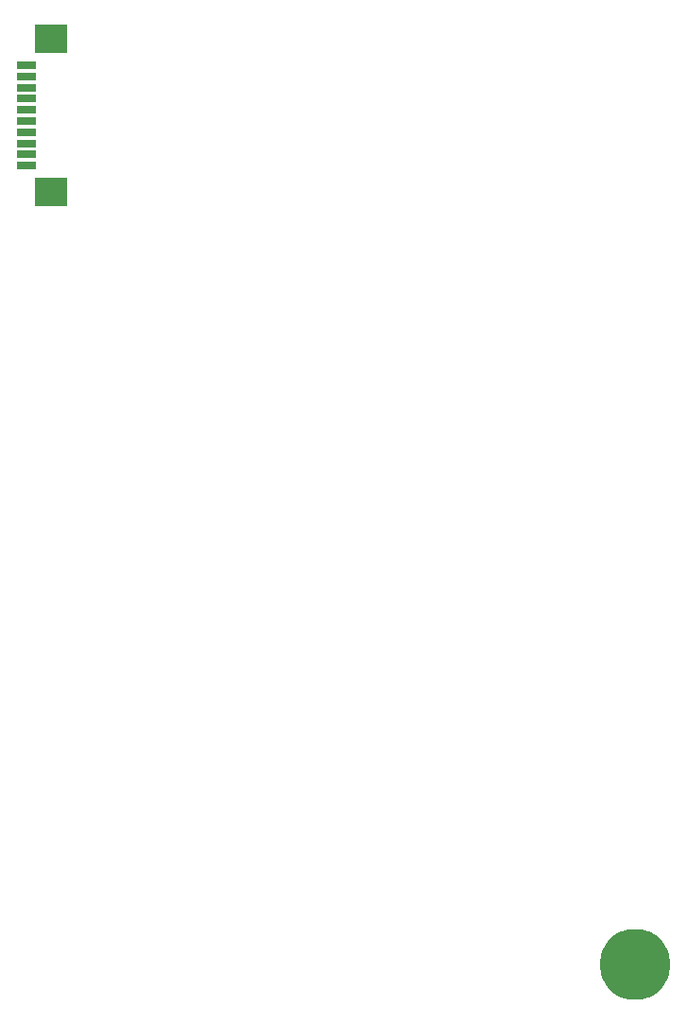
<source format=gbr>
%TF.GenerationSoftware,KiCad,Pcbnew,8.0.7-8.0.7-0~ubuntu24.04.1*%
%TF.CreationDate,2025-01-30T14:53:14+03:00*%
%TF.ProjectId,main,6d61696e-2e6b-4696-9361-645f70636258,rev?*%
%TF.SameCoordinates,Original*%
%TF.FileFunction,Copper,L1,Top*%
%TF.FilePolarity,Positive*%
%FSLAX46Y46*%
G04 Gerber Fmt 4.6, Leading zero omitted, Abs format (unit mm)*
G04 Created by KiCad (PCBNEW 8.0.7-8.0.7-0~ubuntu24.04.1) date 2025-01-30 14:53:14*
%MOMM*%
%LPD*%
G01*
G04 APERTURE LIST*
%TA.AperFunction,SMDPad,CuDef*%
%ADD10R,1.803400X0.635000*%
%TD*%
%TA.AperFunction,SMDPad,CuDef*%
%ADD11R,2.997200X2.590800*%
%TD*%
%TA.AperFunction,ComponentPad*%
%ADD12O,6.350000X6.350000*%
%TD*%
G04 APERTURE END LIST*
D10*
%TO.P,J1,1,Pin_1*%
%TO.N,+5V*%
X-32556000Y25500009D03*
%TO.P,J1,2,Pin_2*%
%TO.N,+3.3V*%
X-32556000Y26500007D03*
%TO.P,J1,3,Pin_3*%
%TO.N,unconnected-(J1-Pin_3-Pad3)*%
X-32556000Y27500005D03*
%TO.P,J1,4,Pin_4*%
%TO.N,/MOSI*%
X-32556000Y28500003D03*
%TO.P,J1,5,Pin_5*%
%TO.N,/MISO*%
X-32556000Y29500001D03*
%TO.P,J1,6,Pin_6*%
%TO.N,/SCK*%
X-32556000Y30499999D03*
%TO.P,J1,7,Pin_7*%
%TO.N,/CS*%
X-32556000Y31499997D03*
%TO.P,J1,8,Pin_8*%
%TO.N,GND*%
X-32556000Y32499995D03*
%TO.P,J1,9,Pin_9*%
%TO.N,unconnected-(J1-Pin_9-Pad9)*%
X-32556000Y33499993D03*
%TO.P,J1,10,Pin_10*%
%TO.N,unconnected-(J1-Pin_10-Pad10)*%
X-32556000Y34499991D03*
D11*
%TO.P,J1,11*%
%TO.N,N/C*%
X-30385999Y23149998D03*
%TO.P,J1,12*%
X-30385999Y36850002D03*
%TD*%
D12*
%TO.P,PE1,1*%
%TO.N,unconnected-(PE1-Pad1)*%
X22000000Y-46000000D03*
%TD*%
M02*

</source>
